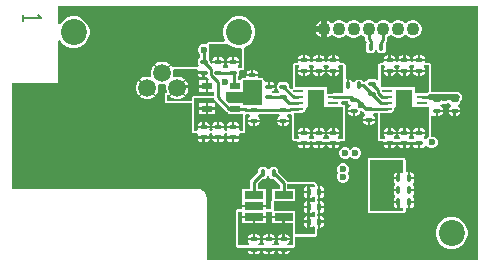
<source format=gtl>
G04*
G04 #@! TF.GenerationSoftware,Altium Limited,Altium Designer,23.3.1 (30)*
G04*
G04 Layer_Physical_Order=1*
G04 Layer_Color=255*
%FSLAX44Y44*%
%MOMM*%
G71*
G04*
G04 #@! TF.SameCoordinates,DEEE6DAE-04B1-499B-BC7B-553C298136E7*
G04*
G04*
G04 #@! TF.FilePolarity,Positive*
G04*
G01*
G75*
%ADD11C,0.2500*%
%ADD14C,0.2000*%
G04:AMPARAMS|DCode=15|XSize=0.4mm|YSize=0.6mm|CornerRadius=0.1mm|HoleSize=0mm|Usage=FLASHONLY|Rotation=0.000|XOffset=0mm|YOffset=0mm|HoleType=Round|Shape=RoundedRectangle|*
%AMROUNDEDRECTD15*
21,1,0.4000,0.4000,0,0,0.0*
21,1,0.2000,0.6000,0,0,0.0*
1,1,0.2000,0.1000,-0.2000*
1,1,0.2000,-0.1000,-0.2000*
1,1,0.2000,-0.1000,0.2000*
1,1,0.2000,0.1000,0.2000*
%
%ADD15ROUNDEDRECTD15*%
G04:AMPARAMS|DCode=16|XSize=0.4mm|YSize=0.6mm|CornerRadius=0.1mm|HoleSize=0mm|Usage=FLASHONLY|Rotation=270.000|XOffset=0mm|YOffset=0mm|HoleType=Round|Shape=RoundedRectangle|*
%AMROUNDEDRECTD16*
21,1,0.4000,0.4000,0,0,270.0*
21,1,0.2000,0.6000,0,0,270.0*
1,1,0.2000,-0.2000,-0.1000*
1,1,0.2000,-0.2000,0.1000*
1,1,0.2000,0.2000,0.1000*
1,1,0.2000,0.2000,-0.1000*
%
%ADD16ROUNDEDRECTD16*%
%ADD17R,1.6000X0.6500*%
%ADD18O,0.9000X0.2000*%
%ADD19R,1.4500X1.7400*%
%ADD20R,0.9000X0.6000*%
%ADD27C,1.1000*%
%ADD30C,0.6000*%
%ADD31C,0.5000*%
%ADD32C,0.2540*%
%ADD33C,1.5000*%
%ADD34C,2.2000*%
%ADD35C,0.5000*%
G36*
X397451Y-57451D02*
X167549D01*
X167549Y-5000D01*
X167527Y-4893D01*
X167540Y-4785D01*
X167467Y-3925D01*
X167377Y-3615D01*
X167332Y-3296D01*
X166763Y-1672D01*
X166545Y-1303D01*
X166348Y-924D01*
X165273Y420D01*
X164945Y696D01*
X164634Y989D01*
X163175Y1901D01*
X162873Y2016D01*
X162591Y2171D01*
X161767Y2431D01*
X161381Y2473D01*
X161000Y2549D01*
X2549Y2549D01*
Y92500D01*
X42000D01*
Y127977D01*
X43270Y128317D01*
X44197Y126711D01*
X46711Y124197D01*
X49789Y122420D01*
X53223Y121500D01*
X56777D01*
X60211Y122420D01*
X63289Y124197D01*
X65803Y126711D01*
X67580Y129789D01*
X68500Y133223D01*
Y136777D01*
X67580Y140211D01*
X65803Y143289D01*
X63289Y145803D01*
X60211Y147580D01*
X56777Y148500D01*
X53223D01*
X49789Y147580D01*
X46711Y145803D01*
X44197Y143289D01*
X43270Y141683D01*
X42000Y142023D01*
Y157451D01*
X397451D01*
Y-57451D01*
D02*
G37*
%LPC*%
G36*
X343237Y145250D02*
X341263D01*
X339355Y144739D01*
X337645Y143751D01*
X336863Y142970D01*
X336000Y142493D01*
X335137Y142970D01*
X334355Y143751D01*
X332645Y144739D01*
X330737Y145250D01*
X328763D01*
X326855Y144739D01*
X325145Y143751D01*
X324363Y142970D01*
X323500Y142493D01*
X322637Y142970D01*
X321855Y143751D01*
X320145Y144739D01*
X318237Y145250D01*
X316263D01*
X314355Y144739D01*
X312645Y143751D01*
X311863Y142970D01*
X311000Y142493D01*
X310137Y142970D01*
X309355Y143751D01*
X307645Y144739D01*
X305737Y145250D01*
X303763D01*
X301855Y144739D01*
X300145Y143751D01*
X299363Y142970D01*
X298500Y142493D01*
X297637Y142970D01*
X296855Y143751D01*
X295145Y144739D01*
X293237Y145250D01*
X291263D01*
X289355Y144739D01*
X287645Y143751D01*
X286863Y142970D01*
X286000Y142493D01*
X285137Y142970D01*
X284355Y143751D01*
X282645Y144739D01*
X280737Y145250D01*
X278763D01*
X276855Y144739D01*
X275145Y143751D01*
X274363Y142970D01*
X273500Y142493D01*
X272637Y142970D01*
X271855Y143751D01*
X270145Y144739D01*
X268237Y145250D01*
X268000D01*
Y137750D01*
X267250D01*
D01*
X268000D01*
Y130250D01*
X268237D01*
X270145Y130761D01*
X271855Y131749D01*
X272637Y132530D01*
X273500Y133007D01*
X274363Y132530D01*
X275145Y131749D01*
X276855Y130761D01*
X278763Y130250D01*
X280737D01*
X282645Y130761D01*
X284355Y131749D01*
X285137Y132530D01*
X286000Y133007D01*
X286863Y132530D01*
X287645Y131749D01*
X289355Y130761D01*
X291263Y130250D01*
X293237D01*
X295145Y130761D01*
X296855Y131749D01*
X297637Y132530D01*
X298500Y133007D01*
X299363Y132530D01*
X300145Y131749D01*
X301436Y131003D01*
Y129500D01*
X301689Y128232D01*
X302407Y127157D01*
X303062Y126502D01*
X302674Y125920D01*
X302441Y124750D01*
Y120750D01*
X302674Y119579D01*
X303337Y118587D01*
X304329Y117924D01*
X305500Y117691D01*
X307500D01*
X308671Y117924D01*
X309663Y118587D01*
X310326Y119579D01*
X310353Y119713D01*
X311647D01*
X311674Y119579D01*
X312337Y118587D01*
X313330Y117924D01*
X314500Y117691D01*
X316500D01*
X317670Y117924D01*
X318663Y118587D01*
X319326Y119579D01*
X319559Y120750D01*
Y124750D01*
X319326Y125920D01*
X319250Y126035D01*
X319608Y126392D01*
X320330Y127474D01*
X320584Y128750D01*
Y131015D01*
X321855Y131749D01*
X322637Y132530D01*
X323500Y133007D01*
X324363Y132530D01*
X325145Y131749D01*
X326855Y130761D01*
X328763Y130250D01*
X330737D01*
X332645Y130761D01*
X334355Y131749D01*
X335137Y132530D01*
X336000Y133007D01*
X336863Y132530D01*
X337645Y131749D01*
X339355Y130761D01*
X341263Y130250D01*
X343237D01*
X345145Y130761D01*
X346855Y131749D01*
X348251Y133145D01*
X349239Y134855D01*
X349750Y136763D01*
Y138737D01*
X349239Y140645D01*
X348251Y142355D01*
X346855Y143751D01*
X345145Y144739D01*
X343237Y145250D01*
D02*
G37*
G36*
X266500D02*
X266263D01*
X264355Y144739D01*
X262645Y143751D01*
X261248Y142355D01*
X260261Y140645D01*
X259750Y138737D01*
Y138500D01*
X266500D01*
Y145250D01*
D02*
G37*
G36*
Y137000D02*
X259750D01*
Y136763D01*
X260261Y134855D01*
X261248Y133145D01*
X262645Y131749D01*
X264355Y130761D01*
X266263Y130250D01*
X266500D01*
Y137000D01*
D02*
G37*
G36*
X196777Y148500D02*
X193223D01*
X189789Y147580D01*
X186711Y145803D01*
X184197Y143289D01*
X182420Y140211D01*
X181500Y136777D01*
Y133223D01*
X182420Y129789D01*
X183373Y128139D01*
X182738Y127039D01*
X170000D01*
X169220Y126884D01*
X168558Y126442D01*
X168116Y125780D01*
X168064Y125518D01*
X167026Y124788D01*
X166691Y124712D01*
X165995Y125000D01*
X164005D01*
X162168Y124239D01*
X160761Y122832D01*
X160000Y120995D01*
Y119005D01*
X160761Y117168D01*
X161686Y116243D01*
Y113730D01*
X160837Y113163D01*
X160174Y112170D01*
X159941Y111000D01*
Y109000D01*
X160174Y107830D01*
X160795Y106900D01*
X160760Y106762D01*
X159803Y105980D01*
X159558Y105991D01*
X159317Y106039D01*
X139994D01*
X139862Y106013D01*
X139728Y106022D01*
X139475Y105936D01*
X139214Y105884D01*
X138353Y106005D01*
X137957Y106158D01*
X137726Y106318D01*
X137602Y106533D01*
X137248Y106887D01*
X130530Y100170D01*
X130000Y100700D01*
X129470Y100170D01*
X122752Y106887D01*
X122398Y106533D01*
X121147Y104367D01*
X120500Y101951D01*
Y99449D01*
X120834Y98203D01*
X119797Y97166D01*
X118551Y97500D01*
X116049D01*
X113633Y96853D01*
X111467Y95602D01*
X111113Y95248D01*
X117830Y88530D01*
X124548Y81813D01*
X124902Y82167D01*
X126153Y84333D01*
X126800Y86749D01*
Y89251D01*
X126466Y90497D01*
X127503Y91534D01*
X128749Y91200D01*
X131251D01*
X132497Y91534D01*
X133534Y90497D01*
X133200Y89251D01*
Y86749D01*
X133654Y85055D01*
X133642Y84633D01*
X133306Y83841D01*
X132886Y83458D01*
X132879Y83455D01*
X132731Y83309D01*
X132558Y83194D01*
X132451Y83033D01*
X132313Y82897D01*
X132232Y82705D01*
X132116Y82532D01*
X132078Y82342D01*
X132003Y82164D01*
X132001Y81956D01*
X131961Y81752D01*
Y77000D01*
X132116Y76220D01*
X132558Y75558D01*
X133220Y75116D01*
X134000Y74961D01*
X154961D01*
Y51500D01*
X155116Y50720D01*
X155558Y50058D01*
X156220Y49616D01*
X157000Y49461D01*
X159535D01*
X160058Y48849D01*
X160250Y48285D01*
X160174Y48170D01*
X159941Y47000D01*
D01*
X165000D01*
X170059D01*
X169826Y48170D01*
X169750Y48285D01*
X169942Y48849D01*
X170465Y49461D01*
X172035D01*
X172558Y48849D01*
X172750Y48285D01*
X172674Y48170D01*
X172441Y47000D01*
Y47000D01*
X177500D01*
X182559D01*
Y47000D01*
X182326Y48170D01*
X182250Y48285D01*
X182442Y48849D01*
X182965Y49461D01*
X184535D01*
X185058Y48849D01*
X185250Y48285D01*
X185174Y48170D01*
X184941Y47000D01*
X190000D01*
X195059D01*
X194826Y48170D01*
X194750Y48285D01*
X194942Y48849D01*
X195465Y49461D01*
X198000D01*
X198780Y49616D01*
X199442Y50058D01*
X199884Y50720D01*
X200039Y51500D01*
Y64632D01*
X201221Y65682D01*
X201224Y65682D01*
X201273Y65686D01*
X203563D01*
X204329Y65174D01*
X204463Y65147D01*
Y63853D01*
X204329Y63826D01*
X203337Y63163D01*
X202674Y62171D01*
X202441Y61000D01*
Y61000D01*
X207500D01*
X212559D01*
Y61000D01*
X212326Y62171D01*
X211663Y63163D01*
X210894Y63677D01*
X210807Y64674D01*
X210872Y65081D01*
X211583Y65686D01*
X228563D01*
X229329Y65174D01*
X229463Y65147D01*
Y63853D01*
X229329Y63826D01*
X228337Y63163D01*
X227674Y62171D01*
X227441Y61000D01*
Y61000D01*
X232500D01*
X237559D01*
Y61000D01*
X237326Y62171D01*
X236663Y63163D01*
X235894Y63677D01*
X235807Y64674D01*
X235872Y65081D01*
X236583Y65686D01*
X237750D01*
X238691Y65873D01*
X238892Y65843D01*
X239961Y65157D01*
Y45000D01*
X240116Y44220D01*
X240558Y43558D01*
X241220Y43116D01*
X242000Y42961D01*
X244153D01*
X244941Y42000D01*
Y42000D01*
X250000D01*
X255059D01*
Y42000D01*
X255540Y42586D01*
X256414D01*
X256977Y42000D01*
X262500D01*
X267559D01*
Y42000D01*
X268040Y42586D01*
X268914D01*
X269477Y42000D01*
X275000D01*
X280059D01*
Y42000D01*
X280847Y42961D01*
X283000D01*
X283780Y43116D01*
X284442Y43558D01*
X284884Y44220D01*
X285039Y45000D01*
Y71750D01*
X284884Y72530D01*
X284442Y73192D01*
X283780Y73634D01*
X283000Y73789D01*
X282613D01*
X281559Y75000D01*
X281476Y75416D01*
X282392Y76686D01*
X287441D01*
Y76500D01*
X287674Y75329D01*
X288337Y74337D01*
X289329Y73674D01*
X289463Y73647D01*
Y72353D01*
X289329Y72326D01*
X288337Y71663D01*
X287674Y70670D01*
X287441Y69500D01*
X292500D01*
Y68500D01*
X293500D01*
Y64441D01*
X294500D01*
X295671Y64674D01*
X296663Y65337D01*
X297326Y66329D01*
X297559Y67500D01*
Y68714D01*
X298829Y68735D01*
X299907Y67657D01*
X300598Y67195D01*
X300837Y66837D01*
X301829Y66174D01*
X301963Y66147D01*
Y64853D01*
X301829Y64826D01*
X300837Y64163D01*
X300174Y63170D01*
X299941Y62000D01*
D01*
X305000D01*
X310059D01*
X309826Y63170D01*
X309163Y64163D01*
X308394Y64677D01*
X308307Y65674D01*
X308372Y66081D01*
X309083Y66686D01*
X312461D01*
Y45000D01*
X312616Y44220D01*
X313058Y43558D01*
X313720Y43116D01*
X314500Y42961D01*
X316653D01*
X317441Y42000D01*
Y42000D01*
X322500D01*
X327559D01*
Y42000D01*
X328040Y42586D01*
X328914D01*
X329477Y42000D01*
X335000D01*
X340059D01*
Y42000D01*
X340540Y42586D01*
X341414D01*
X341977Y42000D01*
X347500D01*
Y41000D01*
X348500D01*
Y36941D01*
X349500D01*
X350671Y37174D01*
X351663Y37837D01*
X352326Y38830D01*
X352439Y39396D01*
X353759Y39526D01*
X354011Y38918D01*
X355418Y37511D01*
X357255Y36750D01*
X359245D01*
X361082Y37511D01*
X362489Y38918D01*
X363250Y40755D01*
Y42745D01*
X362489Y44582D01*
X361082Y45989D01*
X359245Y46750D01*
X357539D01*
Y64419D01*
X358809Y65022D01*
X359329Y64674D01*
X360500Y64441D01*
X361500D01*
Y68500D01*
X362500D01*
Y69500D01*
X367559D01*
X367326Y70670D01*
X366663Y71663D01*
X365671Y72326D01*
X365537Y72353D01*
Y73647D01*
X365671Y73674D01*
X366663Y74337D01*
X367326Y75329D01*
X367339Y75337D01*
X368755Y74750D01*
X370745D01*
X371454Y75044D01*
X372674Y75329D01*
X373337Y74337D01*
X374329Y73674D01*
X374463Y73647D01*
Y72353D01*
X374329Y72326D01*
X373337Y71663D01*
X372674Y70670D01*
X372441Y69500D01*
X377500D01*
X382559D01*
X382326Y70670D01*
X381663Y71663D01*
X380671Y72326D01*
X380537Y72353D01*
Y73647D01*
X380671Y73674D01*
X381663Y74337D01*
X382326Y75329D01*
X382559Y76500D01*
Y76852D01*
X383489Y78244D01*
X383838Y80000D01*
X383489Y81756D01*
X382494Y83244D01*
X381006Y84239D01*
X379250Y84588D01*
X371135D01*
X370745Y84750D01*
X368755D01*
X368365Y84588D01*
X357789D01*
Y107000D01*
X357634Y107780D01*
X357192Y108442D01*
X356530Y108884D01*
X355750Y109039D01*
X353543D01*
X352521Y110309D01*
X352559Y110500D01*
D01*
X347500D01*
X342441D01*
X341424Y109776D01*
X341076D01*
X340951Y109864D01*
X340395Y110500D01*
X335000D01*
X329941D01*
X328924Y109776D01*
X328576D01*
X328451Y109864D01*
X327895Y110500D01*
X322500D01*
X317441D01*
X317479Y110309D01*
X316457Y109039D01*
X315000D01*
X314220Y108884D01*
X313558Y108442D01*
X313116Y107780D01*
X312961Y107000D01*
Y95006D01*
X311691Y94621D01*
X311663Y94663D01*
X310671Y95326D01*
X309500Y95559D01*
X305500D01*
X304329Y95326D01*
X303337Y94663D01*
X302674Y93671D01*
X302670Y93652D01*
X301268Y93061D01*
X300266Y93261D01*
X299663Y94163D01*
X298671Y94826D01*
X297500Y95059D01*
X295500D01*
X294329Y94826D01*
X293337Y94163D01*
X292674Y93170D01*
X292647Y93037D01*
X291353D01*
X291326Y93170D01*
X290663Y94163D01*
X289671Y94826D01*
X288500Y95059D01*
Y90000D01*
X286500D01*
Y95059D01*
X285289Y96113D01*
Y107000D01*
X285134Y107780D01*
X284692Y108442D01*
X284030Y108884D01*
X283250Y109039D01*
X281043D01*
X280021Y110309D01*
X280059Y110500D01*
X275000D01*
X269941D01*
X268924Y109776D01*
X268576D01*
X268451Y109864D01*
X267895Y110500D01*
X262500D01*
X257441D01*
X256424Y109776D01*
X256076D01*
X255951Y109864D01*
X255395Y110500D01*
X250000D01*
X244941D01*
X244979Y110309D01*
X243957Y109039D01*
X242500D01*
X241720Y108884D01*
X241058Y108442D01*
X240616Y107780D01*
X240461Y107000D01*
Y89000D01*
X240616Y88220D01*
X239653Y87374D01*
X239337Y87163D01*
X239051Y87135D01*
X237559Y88627D01*
Y90000D01*
X237326Y91171D01*
X236663Y92163D01*
X235671Y92826D01*
X234500Y93059D01*
X230500D01*
X229329Y92826D01*
X228337Y92163D01*
X227674Y91171D01*
X227441Y90000D01*
Y88000D01*
X227674Y86830D01*
X228337Y85837D01*
X229106Y85323D01*
X229193Y84326D01*
X229128Y83919D01*
X228417Y83314D01*
X224187D01*
X223421Y83826D01*
X223287Y83853D01*
Y85147D01*
X223421Y85174D01*
X224413Y85837D01*
X225076Y86830D01*
X225309Y88000D01*
Y88000D01*
X220250D01*
Y89000D01*
X219250D01*
Y93059D01*
X218250D01*
X217559Y92921D01*
X216289Y93709D01*
Y94250D01*
X216134Y95030D01*
X215692Y95692D01*
X215030Y96134D01*
X214250Y96289D01*
X212293D01*
X211271Y97559D01*
X211309Y97750D01*
X206250D01*
X201191D01*
X201229Y97559D01*
X200207Y96289D01*
X198500D01*
X197720Y96134D01*
X197058Y95692D01*
X196616Y95030D01*
X196511Y94500D01*
X194334D01*
Y98093D01*
X194826Y98829D01*
X195059Y100000D01*
Y102000D01*
X195847Y102961D01*
X197500D01*
X198280Y103116D01*
X198942Y103558D01*
X199384Y104220D01*
X199539Y105000D01*
Y120946D01*
X199513Y121077D01*
X199522Y121212D01*
X200112Y122304D01*
X200382Y122519D01*
X203289Y124197D01*
X205803Y126711D01*
X207580Y129789D01*
X208500Y133223D01*
Y136777D01*
X207580Y140211D01*
X205803Y143289D01*
X203289Y145803D01*
X200211Y147580D01*
X196777Y148500D01*
D02*
G37*
G36*
X349500Y115559D02*
X348500D01*
Y112500D01*
X352559D01*
X352326Y113671D01*
X351663Y114663D01*
X350671Y115326D01*
X349500Y115559D01*
D02*
G37*
G36*
X324500D02*
X323500D01*
Y112500D01*
X327559D01*
X327326Y113671D01*
X326663Y114663D01*
X325671Y115326D01*
X324500Y115559D01*
D02*
G37*
G36*
X346500D02*
X345500D01*
X344329Y115326D01*
X343337Y114663D01*
X342674Y113671D01*
X342441Y112500D01*
D01*
X346500D01*
Y115559D01*
D02*
G37*
G36*
X321500D02*
X320500D01*
X319329Y115326D01*
X318337Y114663D01*
X317674Y113671D01*
X317441Y112500D01*
D01*
X321500D01*
Y115559D01*
D02*
G37*
G36*
X277000D02*
X276000D01*
Y112500D01*
X280059D01*
Y112500D01*
X279826Y113671D01*
X279163Y114663D01*
X278171Y115326D01*
X277000Y115559D01*
D02*
G37*
G36*
X264500D02*
X263500D01*
Y112500D01*
X267559D01*
Y112500D01*
X267326Y113671D01*
X266663Y114663D01*
X265671Y115326D01*
X264500Y115559D01*
D02*
G37*
G36*
X252000D02*
X251000D01*
Y112500D01*
X255059D01*
Y112500D01*
X254826Y113671D01*
X254163Y114663D01*
X253171Y115326D01*
X252000Y115559D01*
D02*
G37*
G36*
X274000D02*
X273000D01*
X271829Y115326D01*
X270837Y114663D01*
X270174Y113671D01*
X269941Y112500D01*
Y112500D01*
X274000D01*
Y115559D01*
D02*
G37*
G36*
X261500D02*
X260500D01*
X259329Y115326D01*
X258337Y114663D01*
X257674Y113671D01*
X257441Y112500D01*
Y112500D01*
X261500D01*
Y115559D01*
D02*
G37*
G36*
X249000D02*
X248000D01*
X246829Y115326D01*
X245837Y114663D01*
X245174Y113671D01*
X244941Y112500D01*
Y112500D01*
X249000D01*
Y115559D01*
D02*
G37*
G36*
X337000D02*
X336000D01*
Y112500D01*
X340059D01*
Y112500D01*
X339826Y113671D01*
X339163Y114663D01*
X338171Y115326D01*
X337000Y115559D01*
D02*
G37*
G36*
X334000D02*
X333000D01*
X331829Y115326D01*
X330837Y114663D01*
X330174Y113671D01*
X329941Y112500D01*
Y112500D01*
X334000D01*
Y115559D01*
D02*
G37*
G36*
X131251Y110200D02*
X128749D01*
X126333Y109553D01*
X124167Y108302D01*
X123813Y107948D01*
X130000Y101761D01*
X136187Y107948D01*
X135833Y108302D01*
X133667Y109553D01*
X131251Y110200D01*
D02*
G37*
G36*
X208250Y102809D02*
X207250D01*
Y99750D01*
X211309D01*
Y99750D01*
X211076Y100920D01*
X210413Y101913D01*
X209421Y102576D01*
X208250Y102809D01*
D02*
G37*
G36*
X205250D02*
X204250D01*
X203079Y102576D01*
X202087Y101913D01*
X201424Y100920D01*
X201191Y99750D01*
Y99750D01*
X205250D01*
Y102809D01*
D02*
G37*
G36*
X222250Y93059D02*
X221250D01*
Y90000D01*
X225309D01*
X225076Y91171D01*
X224413Y92163D01*
X223421Y92826D01*
X222250Y93059D01*
D02*
G37*
G36*
X110052Y94187D02*
X109698Y93833D01*
X108447Y91667D01*
X107800Y89251D01*
Y86749D01*
X108447Y84333D01*
X109698Y82167D01*
X110052Y81813D01*
X116239Y88000D01*
X110052Y94187D01*
D02*
G37*
G36*
X117300Y86939D02*
X111113Y80752D01*
X111467Y80398D01*
X113633Y79147D01*
X116049Y78500D01*
X118551D01*
X120967Y79147D01*
X123133Y80398D01*
X123487Y80752D01*
X117300Y86939D01*
D02*
G37*
G36*
X382559Y67500D02*
X378500D01*
Y64441D01*
X379500D01*
X380671Y64674D01*
X381663Y65337D01*
X382326Y66329D01*
X382559Y67500D01*
Y67500D01*
D02*
G37*
G36*
X376500D02*
X372441D01*
Y67500D01*
X372674Y66329D01*
X373337Y65337D01*
X374329Y64674D01*
X375500Y64441D01*
X376500D01*
Y67500D01*
D02*
G37*
G36*
X367559Y67500D02*
X363500D01*
Y64441D01*
X364500D01*
X365671Y64674D01*
X366663Y65337D01*
X367326Y66329D01*
X367559Y67500D01*
Y67500D01*
D02*
G37*
G36*
X291500D02*
X287441D01*
Y67500D01*
X287674Y66329D01*
X288337Y65337D01*
X289329Y64674D01*
X290500Y64441D01*
X291500D01*
Y67500D01*
D02*
G37*
G36*
X310059Y60000D02*
X306000D01*
Y56941D01*
X307000D01*
X308171Y57174D01*
X309163Y57837D01*
X309826Y58829D01*
X310059Y60000D01*
D01*
D02*
G37*
G36*
X304000D02*
X299941D01*
X300174Y58829D01*
X300837Y57837D01*
X301829Y57174D01*
X303000Y56941D01*
X304000D01*
Y60000D01*
D02*
G37*
G36*
X237559Y59000D02*
X233500D01*
Y55941D01*
X234500D01*
X235671Y56174D01*
X236663Y56837D01*
X237326Y57829D01*
X237559Y59000D01*
D02*
G37*
G36*
X231500D02*
X227441D01*
X227674Y57829D01*
X228337Y56837D01*
X229329Y56174D01*
X230500Y55941D01*
X231500D01*
Y59000D01*
D02*
G37*
G36*
X212559D02*
X208500D01*
Y55941D01*
X209500D01*
X210671Y56174D01*
X211663Y56837D01*
X212326Y57829D01*
X212559Y59000D01*
D02*
G37*
G36*
X206500D02*
X202441D01*
X202674Y57829D01*
X203337Y56837D01*
X204329Y56174D01*
X205500Y55941D01*
X206500D01*
Y59000D01*
D02*
G37*
G36*
X195059Y45000D02*
X191000D01*
Y41941D01*
X192000D01*
X193171Y42174D01*
X194163Y42837D01*
X194826Y43829D01*
X195059Y45000D01*
Y45000D01*
D02*
G37*
G36*
X189000D02*
X184941D01*
Y45000D01*
X185174Y43829D01*
X185837Y42837D01*
X186829Y42174D01*
X188000Y41941D01*
X189000D01*
Y45000D01*
D02*
G37*
G36*
X182559Y45000D02*
X178500D01*
Y41941D01*
X179500D01*
X180671Y42174D01*
X181663Y42837D01*
X182326Y43829D01*
X182559Y45000D01*
D02*
G37*
G36*
X176500D02*
X172441D01*
X172674Y43829D01*
X173337Y42837D01*
X174329Y42174D01*
X175500Y41941D01*
X176500D01*
Y45000D01*
D02*
G37*
G36*
X170059Y45000D02*
X166000D01*
Y41941D01*
X167000D01*
X168171Y42174D01*
X169163Y42837D01*
X169826Y43829D01*
X170059Y45000D01*
D01*
D02*
G37*
G36*
X164000D02*
X159941D01*
X160174Y43829D01*
X160837Y42837D01*
X161829Y42174D01*
X163000Y41941D01*
X164000D01*
Y45000D01*
D02*
G37*
G36*
X346500Y40000D02*
X342441D01*
X342674Y38830D01*
X343337Y37837D01*
X344329Y37174D01*
X345500Y36941D01*
X346500D01*
Y40000D01*
D02*
G37*
G36*
X340059D02*
X336000D01*
Y36941D01*
X337000D01*
X338171Y37174D01*
X339163Y37837D01*
X339826Y38830D01*
X340059Y40000D01*
D02*
G37*
G36*
X334000D02*
X329941D01*
X330174Y38830D01*
X330837Y37837D01*
X331829Y37174D01*
X333000Y36941D01*
X334000D01*
Y40000D01*
D02*
G37*
G36*
X327559D02*
X323500D01*
Y36941D01*
X324500D01*
X325671Y37174D01*
X326663Y37837D01*
X327326Y38830D01*
X327559Y40000D01*
D02*
G37*
G36*
X321500D02*
X317441D01*
X317674Y38830D01*
X318337Y37837D01*
X319329Y37174D01*
X320500Y36941D01*
X321500D01*
Y40000D01*
D02*
G37*
G36*
X280059D02*
X276000D01*
Y36941D01*
X277000D01*
X278171Y37174D01*
X279163Y37837D01*
X279826Y38830D01*
X280059Y40000D01*
D02*
G37*
G36*
X274000D02*
X269941D01*
X270174Y38830D01*
X270837Y37837D01*
X271829Y37174D01*
X273000Y36941D01*
X274000D01*
Y40000D01*
D02*
G37*
G36*
X267559D02*
X263500D01*
Y36941D01*
X264500D01*
X265671Y37174D01*
X266663Y37837D01*
X267326Y38830D01*
X267559Y40000D01*
D02*
G37*
G36*
X261500D02*
X257441D01*
X257674Y38830D01*
X258337Y37837D01*
X259329Y37174D01*
X260500Y36941D01*
X261500D01*
Y40000D01*
D02*
G37*
G36*
X255059D02*
X251000D01*
Y36941D01*
X252000D01*
X253171Y37174D01*
X254163Y37837D01*
X254826Y38830D01*
X255059Y40000D01*
D02*
G37*
G36*
X249000D02*
X244941D01*
X245174Y38830D01*
X245837Y37837D01*
X246829Y37174D01*
X248000Y36941D01*
X249000D01*
Y40000D01*
D02*
G37*
G36*
X294495Y37750D02*
X292505D01*
X290668Y36989D01*
X290080Y36401D01*
X289250Y35593D01*
X288420Y36401D01*
X287832Y36989D01*
X285995Y37750D01*
X284005D01*
X282168Y36989D01*
X280761Y35582D01*
X280000Y33745D01*
Y31755D01*
X280761Y29918D01*
X282168Y28511D01*
X284005Y27750D01*
X285995D01*
X287832Y28511D01*
X288420Y29099D01*
X289250Y29907D01*
X290080Y29099D01*
X290668Y28511D01*
X292505Y27750D01*
X294495D01*
X296332Y28511D01*
X297739Y29918D01*
X298500Y31755D01*
Y33745D01*
X297739Y35582D01*
X296332Y36989D01*
X294495Y37750D01*
D02*
G37*
G36*
X225250Y21059D02*
X223250D01*
X222080Y20826D01*
X221087Y20163D01*
X220424Y19171D01*
X220397Y19037D01*
X219103D01*
X219076Y19171D01*
X218413Y20163D01*
X217421Y20826D01*
X216250Y21059D01*
X214250D01*
X213079Y20826D01*
X212087Y20163D01*
X211424Y19171D01*
X211191Y18000D01*
Y16627D01*
X205407Y10843D01*
X204689Y9768D01*
X204436Y8500D01*
Y2750D01*
X197750D01*
Y-7750D01*
Y-11000D01*
X207750D01*
X217750D01*
Y-7750D01*
Y2750D01*
X211064D01*
Y7128D01*
X214877Y10941D01*
X216250D01*
X217421Y11174D01*
X218413Y11837D01*
X219076Y12830D01*
X219103Y12963D01*
X220397D01*
X220424Y12830D01*
X221087Y11837D01*
X222080Y11174D01*
X223250Y10941D01*
X224623D01*
X229436Y6127D01*
Y2750D01*
X222750D01*
Y-6769D01*
X222616Y-6970D01*
X222461Y-7750D01*
Y-14711D01*
X217750D01*
Y-13000D01*
X207750D01*
X197750D01*
Y-14711D01*
X194250D01*
X193470Y-14866D01*
X192808Y-15308D01*
X192366Y-15970D01*
X192211Y-16750D01*
Y-45250D01*
X192366Y-46030D01*
X192808Y-46692D01*
X193470Y-47134D01*
X194250Y-47289D01*
X202108D01*
X202691Y-48000D01*
X207750D01*
X212809D01*
X213384Y-47298D01*
X214212D01*
X214878Y-48000D01*
X220250D01*
X225309D01*
X225884Y-47298D01*
X226712D01*
X227378Y-48000D01*
X232750D01*
X237809D01*
X238392Y-47289D01*
X240500D01*
X241280Y-47134D01*
X241942Y-46692D01*
X242384Y-46030D01*
X242539Y-45250D01*
Y-38039D01*
X259000D01*
X259780Y-37884D01*
X260442Y-37442D01*
X260884Y-36780D01*
X261039Y-36000D01*
Y-31097D01*
X262000Y-30309D01*
Y-25250D01*
Y-20191D01*
X261413Y-19710D01*
Y-18836D01*
X262000Y-18273D01*
Y-12750D01*
Y-7691D01*
X261413Y-7210D01*
Y-6336D01*
X262000Y-5773D01*
Y-250D01*
Y4809D01*
X261354Y5339D01*
X261039Y5721D01*
X260960Y6110D01*
X260884Y6494D01*
X260882Y6497D01*
X260881Y6501D01*
X260663Y6825D01*
X260442Y7156D01*
X260439Y7158D01*
X260437Y7161D01*
X259536Y8056D01*
X259533Y8058D01*
X259531Y8061D01*
X259203Y8277D01*
X258873Y8496D01*
X258870Y8496D01*
X258867Y8498D01*
X258484Y8572D01*
X258092Y8648D01*
X258089Y8648D01*
X258085Y8648D01*
X236050Y8501D01*
X235811Y8768D01*
X235093Y9843D01*
X228309Y16627D01*
Y18000D01*
X228076Y19171D01*
X227413Y20163D01*
X226420Y20826D01*
X225250Y21059D01*
D02*
G37*
G36*
X340000Y16559D02*
Y12500D01*
X343059D01*
Y13500D01*
X342826Y14670D01*
X342163Y15663D01*
X341171Y16326D01*
X340000Y16559D01*
D02*
G37*
G36*
X283995Y24000D02*
X282005D01*
X280168Y23239D01*
X278761Y21832D01*
X278000Y19994D01*
Y18005D01*
X278761Y16168D01*
X279054Y15875D01*
X278761Y15582D01*
X278000Y13745D01*
Y11755D01*
X278761Y9918D01*
X280168Y8511D01*
X282005Y7750D01*
X283995D01*
X285832Y8511D01*
X287239Y9918D01*
X288000Y11755D01*
Y13745D01*
X287239Y15582D01*
X286946Y15875D01*
X287239Y16168D01*
X288000Y18005D01*
Y19994D01*
X287239Y21832D01*
X285832Y23239D01*
X283995Y24000D01*
D02*
G37*
G36*
X264000Y4809D02*
Y750D01*
X267059D01*
Y1750D01*
X266826Y2921D01*
X266163Y3913D01*
X265170Y4576D01*
X264000Y4809D01*
D02*
G37*
G36*
X267059Y-1250D02*
X264000D01*
Y-5309D01*
X265170Y-5076D01*
X266163Y-4413D01*
X266826Y-3420D01*
X267059Y-2250D01*
Y-1250D01*
D02*
G37*
G36*
X264000Y-7691D02*
Y-11750D01*
X267059D01*
Y-10750D01*
X266826Y-9579D01*
X266163Y-8587D01*
X265170Y-7924D01*
X264000Y-7691D01*
D02*
G37*
G36*
X343059Y-9500D02*
X340000D01*
Y-13559D01*
X341171Y-13326D01*
X342163Y-12663D01*
X342826Y-11671D01*
X343059Y-10500D01*
Y-9500D01*
D02*
G37*
G36*
X334000Y29028D02*
X306000D01*
X305220Y28873D01*
X304558Y28431D01*
X304116Y27769D01*
X303961Y26989D01*
Y-16000D01*
X304116Y-16780D01*
X304558Y-17442D01*
X305220Y-17884D01*
X306000Y-18039D01*
X334000D01*
X334780Y-17884D01*
X335442Y-17442D01*
X335884Y-16780D01*
X336039Y-16000D01*
Y-14325D01*
X336229Y-14086D01*
X337264Y-13412D01*
X338000Y-13559D01*
Y-8500D01*
X339000D01*
Y-7500D01*
X343059D01*
Y-6500D01*
X342826Y-5329D01*
X342163Y-4337D01*
X342053Y-4264D01*
Y-2736D01*
X342163Y-2663D01*
X342826Y-1671D01*
X343059Y-500D01*
Y500D01*
X339000D01*
Y2500D01*
X343059D01*
Y3500D01*
X342826Y4670D01*
X342163Y5663D01*
X342053Y5736D01*
Y7264D01*
X342163Y7337D01*
X342826Y8329D01*
X343059Y9500D01*
Y10500D01*
X339000D01*
Y11500D01*
X338000D01*
Y16559D01*
X337264Y16412D01*
X336229Y17086D01*
X336039Y17325D01*
Y26989D01*
X335884Y27769D01*
X335442Y28431D01*
X334780Y28873D01*
X334000Y29028D01*
D02*
G37*
G36*
X267059Y-13750D02*
X264000D01*
Y-17809D01*
X265170Y-17576D01*
X266163Y-16913D01*
X266826Y-15920D01*
X267059Y-14750D01*
Y-13750D01*
D02*
G37*
G36*
X264000Y-20191D02*
Y-24250D01*
X267059D01*
Y-23250D01*
X266826Y-22080D01*
X266163Y-21087D01*
X265170Y-20424D01*
X264000Y-20191D01*
D02*
G37*
G36*
X267059Y-26250D02*
X264000D01*
Y-30309D01*
X265170Y-30076D01*
X266163Y-29413D01*
X266826Y-28421D01*
X267059Y-27250D01*
Y-26250D01*
D02*
G37*
G36*
X376777Y-21500D02*
X373223D01*
X369789Y-22420D01*
X366711Y-24197D01*
X364197Y-26711D01*
X362420Y-29789D01*
X361500Y-33223D01*
Y-36777D01*
X362420Y-40211D01*
X364197Y-43289D01*
X366711Y-45803D01*
X369789Y-47580D01*
X373223Y-48500D01*
X376777D01*
X380211Y-47580D01*
X383289Y-45803D01*
X385803Y-43289D01*
X387580Y-40211D01*
X388500Y-36777D01*
Y-33223D01*
X387580Y-29789D01*
X385803Y-26711D01*
X383289Y-24197D01*
X380211Y-22420D01*
X376777Y-21500D01*
D02*
G37*
G36*
X237809Y-50000D02*
X233750D01*
Y-53059D01*
X234750D01*
X235921Y-52826D01*
X236913Y-52163D01*
X237576Y-51171D01*
X237809Y-50000D01*
Y-50000D01*
D02*
G37*
G36*
X231750D02*
X227691D01*
Y-50000D01*
X227924Y-51171D01*
X228587Y-52163D01*
X229579Y-52826D01*
X230750Y-53059D01*
X231750D01*
Y-50000D01*
D02*
G37*
G36*
X225309D02*
X221250D01*
Y-53059D01*
X222250D01*
X223421Y-52826D01*
X224413Y-52163D01*
X225076Y-51171D01*
X225309Y-50000D01*
Y-50000D01*
D02*
G37*
G36*
X219250D02*
X215191D01*
Y-50000D01*
X215424Y-51171D01*
X216087Y-52163D01*
X217079Y-52826D01*
X218250Y-53059D01*
X219250D01*
Y-50000D01*
D02*
G37*
G36*
X212809D02*
X208750D01*
Y-53059D01*
X209750D01*
X210921Y-52826D01*
X211913Y-52163D01*
X212576Y-51171D01*
X212809Y-50000D01*
Y-50000D01*
D02*
G37*
G36*
X206750D02*
X202691D01*
Y-50000D01*
X202924Y-51171D01*
X203587Y-52163D01*
X204579Y-52826D01*
X205750Y-53059D01*
X206750D01*
Y-50000D01*
D02*
G37*
%LPD*%
G36*
X186711Y124197D02*
X189789Y122420D01*
X193223Y121500D01*
X196777D01*
X197500Y120946D01*
Y105000D01*
X194255D01*
X194062Y105242D01*
X194163Y106837D01*
X194826Y107830D01*
X195059Y109000D01*
X190000D01*
X184941D01*
X185174Y107830D01*
X185837Y106837D01*
X185938Y105242D01*
X185745Y105000D01*
X181755D01*
X181562Y105242D01*
X181663Y106837D01*
X182326Y107830D01*
X182559Y109000D01*
X177500D01*
X172397D01*
X172350Y108956D01*
X171261Y108426D01*
X170059Y109627D01*
Y111000D01*
X170000Y111295D01*
Y125000D01*
X185908D01*
X186711Y124197D01*
D02*
G37*
G36*
X355750Y84340D02*
X355244Y84239D01*
X353859Y83314D01*
X350000D01*
X349680Y83250D01*
X344250D01*
Y89000D01*
X315000D01*
Y107000D01*
X318052D01*
X318438Y105730D01*
X318337Y105663D01*
X317674Y104670D01*
X317441Y103500D01*
X322500D01*
X327559D01*
X327326Y104670D01*
X326663Y105663D01*
X326562Y105730D01*
X326948Y107000D01*
X330552D01*
X330938Y105730D01*
X330837Y105663D01*
X330174Y104670D01*
X329941Y103500D01*
X335000D01*
X340059D01*
X339826Y104670D01*
X339163Y105663D01*
X339062Y105730D01*
X339448Y107000D01*
X343052D01*
X343438Y105730D01*
X343337Y105663D01*
X342674Y104670D01*
X342441Y103500D01*
X347500D01*
X352559D01*
X352326Y104670D01*
X351663Y105663D01*
X351562Y105730D01*
X351948Y107000D01*
X355750D01*
Y84340D01*
D02*
G37*
G36*
X283250Y83314D02*
X275000D01*
X273732Y83061D01*
X273728Y83059D01*
X271500D01*
X271205Y83000D01*
X269500D01*
Y89000D01*
X242500D01*
Y107000D01*
X245552D01*
X245938Y105730D01*
X245837Y105663D01*
X245174Y104670D01*
X244941Y103500D01*
X250000D01*
X255059D01*
X254826Y104670D01*
X254163Y105663D01*
X254062Y105730D01*
X254448Y107000D01*
X258052D01*
X258438Y105730D01*
X258337Y105663D01*
X257674Y104670D01*
X257441Y103500D01*
X262500D01*
X267559D01*
X267326Y104670D01*
X266663Y105663D01*
X266562Y105730D01*
X266948Y107000D01*
X270552D01*
X270938Y105730D01*
X270837Y105663D01*
X270174Y104670D01*
X269941Y103500D01*
X275000D01*
X280059D01*
X279826Y104670D01*
X279163Y105663D01*
X279062Y105730D01*
X279448Y107000D01*
X283250D01*
Y83314D01*
D02*
G37*
G36*
X214250Y73750D02*
X200070D01*
X199750Y73814D01*
X198500D01*
Y75500D01*
X186186D01*
X184000Y77686D01*
Y84500D01*
X185500D01*
Y84500D01*
X198500D01*
Y84500D01*
X198500D01*
Y94250D01*
X214250D01*
Y73750D01*
D02*
G37*
G36*
X160086Y102730D02*
X159941Y102000D01*
X165000D01*
Y101000D01*
X166000D01*
Y96941D01*
X167000D01*
X168171Y97174D01*
X168268Y97239D01*
X168657Y96657D01*
X169641Y95673D01*
X169154Y94500D01*
X169000D01*
Y89500D01*
Y84500D01*
X173686D01*
Y81039D01*
X157000D01*
X156220Y80884D01*
X155558Y80442D01*
X155116Y79780D01*
X154961Y79000D01*
Y77000D01*
X134000D01*
Y81752D01*
X135270Y81995D01*
X135452Y81813D01*
X142170Y88530D01*
X148887Y95248D01*
X148533Y95602D01*
X146367Y96853D01*
X143951Y97500D01*
X141449D01*
X140203Y97166D01*
X139166Y98203D01*
X139500Y99449D01*
Y101951D01*
X139221Y102992D01*
X139994Y104000D01*
X159317D01*
X160086Y102730D01*
D02*
G37*
G36*
X355500Y46023D02*
X355418Y45989D01*
X354429Y45000D01*
X351755D01*
X351562Y45242D01*
X351663Y46837D01*
X352326Y47829D01*
X352559Y49000D01*
X347500D01*
X342441D01*
X342674Y47829D01*
X343337Y46837D01*
X343438Y45242D01*
X343245Y45000D01*
X339255D01*
X339062Y45242D01*
X339163Y46837D01*
X339826Y47829D01*
X340059Y49000D01*
X335000D01*
X329941D01*
X330174Y47829D01*
X330837Y46837D01*
X330938Y45242D01*
X330745Y45000D01*
X326755D01*
X326562Y45242D01*
X326663Y46837D01*
X327326Y47829D01*
X327559Y49000D01*
X322500D01*
X317441D01*
X317674Y47829D01*
X318337Y46837D01*
X318438Y45242D01*
X318245Y45000D01*
X314500D01*
Y66686D01*
X320000D01*
X321268Y66939D01*
X321272Y66941D01*
X323500D01*
X324670Y67174D01*
X325663Y67837D01*
X326326Y68829D01*
X326559Y70000D01*
X326413Y70730D01*
X327183Y72000D01*
X346205D01*
X346500Y71941D01*
X353500D01*
X353795Y72000D01*
X355500D01*
Y46023D01*
D02*
G37*
G36*
X173939Y78732D02*
X174657Y77657D01*
X184157Y68157D01*
X185232Y67439D01*
X185500Y67385D01*
Y65500D01*
X198000D01*
Y51500D01*
X195465D01*
X194786Y52770D01*
X194826Y52829D01*
X195059Y54000D01*
Y54000D01*
X190000D01*
X184941D01*
Y54000D01*
X185174Y52829D01*
X185214Y52770D01*
X184535Y51500D01*
X182965D01*
X182286Y52770D01*
X182326Y52829D01*
X182559Y54000D01*
D01*
X177500D01*
X172441D01*
X172674Y52829D01*
X172714Y52770D01*
X172035Y51500D01*
X170465D01*
X169786Y52770D01*
X169826Y52829D01*
X170059Y54000D01*
Y54000D01*
X165000D01*
X159941D01*
Y54000D01*
X160174Y52829D01*
X160214Y52770D01*
X159535Y51500D01*
X157000D01*
Y79000D01*
X173885D01*
X173939Y78732D01*
D02*
G37*
G36*
X283000Y45000D02*
X279255D01*
X279062Y45242D01*
X279163Y46837D01*
X279826Y47829D01*
X280059Y49000D01*
X275000D01*
X269941D01*
X270174Y47829D01*
X270837Y46837D01*
X270938Y45242D01*
X270745Y45000D01*
X266755D01*
X266562Y45242D01*
X266663Y46837D01*
X267326Y47829D01*
X267559Y49000D01*
X262500D01*
X257441D01*
X257674Y47829D01*
X258337Y46837D01*
X258438Y45242D01*
X258245Y45000D01*
X254255D01*
X254062Y45242D01*
X254163Y46837D01*
X254826Y47829D01*
X255059Y49000D01*
X250000D01*
X244941D01*
X245174Y47829D01*
X245837Y46837D01*
X245938Y45242D01*
X245745Y45000D01*
X242000D01*
Y66686D01*
X245000D01*
X246268Y66939D01*
X246272Y66941D01*
X248500D01*
X249671Y67174D01*
X250663Y67837D01*
X251326Y68829D01*
X251559Y70000D01*
X251463Y70480D01*
X252350Y71750D01*
X283000D01*
Y45000D01*
D02*
G37*
%LPC*%
G36*
X192000Y114059D02*
X191000D01*
Y111000D01*
X195059D01*
Y111000D01*
X194826Y112170D01*
X194163Y113163D01*
X193171Y113826D01*
X192000Y114059D01*
D02*
G37*
G36*
X189000D02*
X188000D01*
X186829Y113826D01*
X185837Y113163D01*
X185174Y112170D01*
X184941Y111000D01*
Y111000D01*
X189000D01*
Y114059D01*
D02*
G37*
G36*
X179500D02*
X178500D01*
Y111000D01*
X182559D01*
Y111000D01*
X182326Y112170D01*
X181663Y113163D01*
X180671Y113826D01*
X179500Y114059D01*
D02*
G37*
G36*
X176500D02*
X175500D01*
X174329Y113826D01*
X173337Y113163D01*
X172674Y112170D01*
X172441Y111000D01*
Y111000D01*
X176500D01*
Y114059D01*
D02*
G37*
G36*
X352559Y101500D02*
X348500D01*
Y98441D01*
X349500D01*
X350671Y98674D01*
X351663Y99337D01*
X352326Y100330D01*
X352559Y101500D01*
Y101500D01*
D02*
G37*
G36*
X346500D02*
X342441D01*
Y101500D01*
X342674Y100330D01*
X343337Y99337D01*
X344329Y98674D01*
X345500Y98441D01*
X346500D01*
Y101500D01*
D02*
G37*
G36*
X340059Y101500D02*
X336000D01*
Y98441D01*
X337000D01*
X338171Y98674D01*
X339163Y99337D01*
X339826Y100330D01*
X340059Y101500D01*
Y101500D01*
D02*
G37*
G36*
X334000D02*
X329941D01*
Y101500D01*
X330174Y100330D01*
X330837Y99337D01*
X331829Y98674D01*
X333000Y98441D01*
X334000D01*
Y101500D01*
D02*
G37*
G36*
X327559Y101500D02*
X323500D01*
Y98441D01*
X324500D01*
X325671Y98674D01*
X326663Y99337D01*
X327326Y100330D01*
X327559Y101500D01*
Y101500D01*
D02*
G37*
G36*
X321500D02*
X317441D01*
Y101500D01*
X317674Y100330D01*
X318337Y99337D01*
X319329Y98674D01*
X320500Y98441D01*
X321500D01*
Y101500D01*
D02*
G37*
G36*
X280059Y101500D02*
X276000D01*
Y98441D01*
X277000D01*
X278171Y98674D01*
X279163Y99337D01*
X279826Y100330D01*
X280059Y101500D01*
Y101500D01*
D02*
G37*
G36*
X274000D02*
X269941D01*
Y101500D01*
X270174Y100330D01*
X270837Y99337D01*
X271829Y98674D01*
X273000Y98441D01*
X274000D01*
Y101500D01*
D02*
G37*
G36*
X267559D02*
X263500D01*
Y98441D01*
X264500D01*
X265671Y98674D01*
X266663Y99337D01*
X267326Y100330D01*
X267559Y101500D01*
Y101500D01*
D02*
G37*
G36*
X261500D02*
X257441D01*
Y101500D01*
X257674Y100330D01*
X258337Y99337D01*
X259329Y98674D01*
X260500Y98441D01*
X261500D01*
Y101500D01*
D02*
G37*
G36*
X255059D02*
X251000D01*
Y98441D01*
X252000D01*
X253171Y98674D01*
X254163Y99337D01*
X254826Y100330D01*
X255059Y101500D01*
Y101500D01*
D02*
G37*
G36*
X249000D02*
X244941D01*
Y101500D01*
X245174Y100330D01*
X245837Y99337D01*
X246829Y98674D01*
X248000Y98441D01*
X249000D01*
Y101500D01*
D02*
G37*
G36*
X164000Y100000D02*
X159941D01*
Y100000D01*
X160174Y98829D01*
X160837Y97837D01*
X161829Y97174D01*
X163000Y96941D01*
X164000D01*
Y100000D01*
D02*
G37*
G36*
X167000Y94500D02*
X161500D01*
Y90500D01*
X167000D01*
Y94500D01*
D02*
G37*
G36*
Y88500D02*
X161500D01*
Y84500D01*
X167000D01*
Y88500D01*
D02*
G37*
G36*
X149948Y94187D02*
X143761Y88000D01*
X149948Y81813D01*
X150302Y82167D01*
X151553Y84333D01*
X152200Y86749D01*
Y89251D01*
X151553Y91667D01*
X150302Y93833D01*
X149948Y94187D01*
D02*
G37*
G36*
X142700Y86939D02*
X136513Y80752D01*
X136867Y80398D01*
X139033Y79147D01*
X141449Y78500D01*
X143951D01*
X146367Y79147D01*
X148533Y80398D01*
X148887Y80752D01*
X142700Y86939D01*
D02*
G37*
G36*
X349500Y54059D02*
X348500D01*
Y51000D01*
X352559D01*
Y51000D01*
X352326Y52171D01*
X351663Y53163D01*
X350671Y53826D01*
X349500Y54059D01*
D02*
G37*
G36*
X337000D02*
X336000D01*
Y51000D01*
X340059D01*
Y51000D01*
X339826Y52171D01*
X339163Y53163D01*
X338171Y53826D01*
X337000Y54059D01*
D02*
G37*
G36*
X324500D02*
X323500D01*
Y51000D01*
X327559D01*
Y51000D01*
X327326Y52171D01*
X326663Y53163D01*
X325671Y53826D01*
X324500Y54059D01*
D02*
G37*
G36*
X346500D02*
X345500D01*
X344329Y53826D01*
X343337Y53163D01*
X342674Y52171D01*
X342441Y51000D01*
Y51000D01*
X346500D01*
Y54059D01*
D02*
G37*
G36*
X334000D02*
X333000D01*
X331829Y53826D01*
X330837Y53163D01*
X330174Y52171D01*
X329941Y51000D01*
Y51000D01*
X334000D01*
Y54059D01*
D02*
G37*
G36*
X321500D02*
X320500D01*
X319329Y53826D01*
X318337Y53163D01*
X317674Y52171D01*
X317441Y51000D01*
Y51000D01*
X321500D01*
Y54059D01*
D02*
G37*
G36*
X174500Y75500D02*
X169000D01*
Y71500D01*
X174500D01*
Y75500D01*
D02*
G37*
G36*
X167000D02*
X161500D01*
Y71500D01*
X167000D01*
Y75500D01*
D02*
G37*
G36*
X174500Y69500D02*
X169000D01*
Y65500D01*
X174500D01*
Y69500D01*
D02*
G37*
G36*
X167000D02*
X161500D01*
Y65500D01*
X167000D01*
Y69500D01*
D02*
G37*
G36*
X192000Y59059D02*
X191000D01*
Y56000D01*
X195059D01*
X194826Y57171D01*
X194163Y58163D01*
X193171Y58826D01*
X192000Y59059D01*
D02*
G37*
G36*
X189000D02*
X188000D01*
X186829Y58826D01*
X185837Y58163D01*
X185174Y57171D01*
X184941Y56000D01*
X189000D01*
Y59059D01*
D02*
G37*
G36*
X167000D02*
X166000D01*
Y56000D01*
X170059D01*
X169826Y57171D01*
X169163Y58163D01*
X168171Y58826D01*
X167000Y59059D01*
D02*
G37*
G36*
X164000D02*
X163000D01*
X161829Y58826D01*
X160837Y58163D01*
X160174Y57171D01*
X159941Y56000D01*
X164000D01*
Y59059D01*
D02*
G37*
G36*
X179500D02*
X178500D01*
Y56000D01*
X182559D01*
X182326Y57171D01*
X181663Y58163D01*
X180671Y58826D01*
X179500Y59059D01*
D02*
G37*
G36*
X176500D02*
X175500D01*
X174329Y58826D01*
X173337Y58163D01*
X172674Y57171D01*
X172441Y56000D01*
D01*
X176500D01*
Y59059D01*
D02*
G37*
G36*
X277000Y54059D02*
X276000D01*
Y51000D01*
X280059D01*
Y51000D01*
X279826Y52171D01*
X279163Y53163D01*
X278171Y53826D01*
X277000Y54059D01*
D02*
G37*
G36*
X264500D02*
X263500D01*
Y51000D01*
X267559D01*
Y51000D01*
X267326Y52171D01*
X266663Y53163D01*
X265671Y53826D01*
X264500Y54059D01*
D02*
G37*
G36*
X252000D02*
X251000D01*
Y51000D01*
X255059D01*
Y51000D01*
X254826Y52171D01*
X254163Y53163D01*
X253171Y53826D01*
X252000Y54059D01*
D02*
G37*
G36*
X274000D02*
X273000D01*
X271829Y53826D01*
X270837Y53163D01*
X270174Y52171D01*
X269941Y51000D01*
Y51000D01*
X274000D01*
Y54059D01*
D02*
G37*
G36*
X261500D02*
X260500D01*
X259329Y53826D01*
X258337Y53163D01*
X257674Y52171D01*
X257441Y51000D01*
Y51000D01*
X261500D01*
Y54059D01*
D02*
G37*
G36*
X249000D02*
X248000D01*
X246829Y53826D01*
X245837Y53163D01*
X245174Y52171D01*
X244941Y51000D01*
Y51000D01*
X249000D01*
Y54059D01*
D02*
G37*
%LPD*%
G36*
X259000Y5714D02*
Y4004D01*
X258758Y3811D01*
X257163Y3913D01*
X256170Y4576D01*
X255000Y4809D01*
Y-250D01*
Y-5309D01*
X256170Y-5076D01*
X257163Y-4413D01*
X258758Y-4311D01*
X259000Y-4504D01*
Y-8496D01*
X258758Y-8689D01*
X257163Y-8587D01*
X256170Y-7924D01*
X255000Y-7691D01*
Y-12750D01*
Y-17809D01*
X256170Y-17576D01*
X257163Y-16913D01*
X258758Y-16811D01*
X259000Y-17004D01*
Y-20996D01*
X258758Y-21189D01*
X257163Y-21087D01*
X256170Y-20424D01*
X255000Y-20191D01*
Y-25250D01*
Y-30309D01*
X256170Y-30076D01*
X257163Y-29413D01*
X258758Y-29311D01*
X259000Y-29504D01*
Y-36000D01*
X242539D01*
Y-26750D01*
X242750D01*
Y-16250D01*
X224690D01*
X224634Y-15970D01*
X224500Y-15769D01*
Y-7750D01*
X242750D01*
Y2750D01*
X236064D01*
Y6462D01*
X258099Y6609D01*
X259000Y5714D01*
D02*
G37*
G36*
X222750Y-20500D02*
X232750D01*
Y-21500D01*
X233750D01*
Y-26750D01*
X240500D01*
Y-45250D01*
X236034D01*
X235921Y-45174D01*
X235787Y-45147D01*
Y-43853D01*
X235921Y-43826D01*
X236913Y-43163D01*
X237576Y-42171D01*
X237809Y-41000D01*
X232750D01*
X227691D01*
X227924Y-42171D01*
X228587Y-43163D01*
X228734Y-43261D01*
X228873Y-44882D01*
X228486Y-45250D01*
X223534D01*
X223421Y-45174D01*
X223287Y-45147D01*
Y-43853D01*
X223421Y-43826D01*
X224413Y-43163D01*
X225076Y-42171D01*
X225309Y-41000D01*
X220250D01*
X215191D01*
X215424Y-42171D01*
X216087Y-43163D01*
X216234Y-43261D01*
X216373Y-44882D01*
X215986Y-45250D01*
X211034D01*
X210921Y-45174D01*
X210787Y-45147D01*
Y-43853D01*
X210921Y-43826D01*
X211913Y-43163D01*
X212576Y-42171D01*
X212809Y-41000D01*
X207750D01*
X202691D01*
X202924Y-42171D01*
X203587Y-43163D01*
X203734Y-43261D01*
X203873Y-44882D01*
X203486Y-45250D01*
X194250D01*
Y-16750D01*
X197750D01*
Y-20500D01*
X207750D01*
X217750D01*
Y-16750D01*
X222750D01*
Y-20500D01*
D02*
G37*
%LPC*%
G36*
X253000Y4809D02*
X251829Y4576D01*
X250837Y3913D01*
X250174Y2921D01*
X249941Y1750D01*
Y750D01*
X253000D01*
Y4809D01*
D02*
G37*
G36*
Y-1250D02*
X249941D01*
Y-2250D01*
X250174Y-3420D01*
X250837Y-4413D01*
X251829Y-5076D01*
X253000Y-5309D01*
Y-1250D01*
D02*
G37*
G36*
Y-7691D02*
X251829Y-7924D01*
X250837Y-8587D01*
X250174Y-9579D01*
X249941Y-10750D01*
Y-11750D01*
X253000D01*
Y-7691D01*
D02*
G37*
G36*
Y-13750D02*
X249941D01*
Y-14750D01*
X250174Y-15920D01*
X250837Y-16913D01*
X251829Y-17576D01*
X253000Y-17809D01*
Y-13750D01*
D02*
G37*
G36*
Y-20191D02*
X251829Y-20424D01*
X250837Y-21087D01*
X250174Y-22080D01*
X249941Y-23250D01*
Y-24250D01*
X253000D01*
Y-20191D01*
D02*
G37*
G36*
Y-26250D02*
X249941D01*
Y-27250D01*
X250174Y-28421D01*
X250837Y-29413D01*
X251829Y-30076D01*
X253000Y-30309D01*
Y-26250D01*
D02*
G37*
G36*
X231750Y-22500D02*
X222750D01*
Y-26750D01*
X231750D01*
Y-22500D01*
D02*
G37*
G36*
X217750D02*
X208750D01*
Y-26750D01*
X217750D01*
Y-22500D01*
D02*
G37*
G36*
X206750D02*
X197750D01*
Y-26750D01*
X206750D01*
Y-22500D01*
D02*
G37*
G36*
X234750Y-35941D02*
X233750D01*
Y-39000D01*
X237809D01*
Y-39000D01*
X237576Y-37829D01*
X236913Y-36837D01*
X235921Y-36174D01*
X234750Y-35941D01*
D02*
G37*
G36*
X222250D02*
X221250D01*
Y-39000D01*
X225309D01*
Y-39000D01*
X225076Y-37829D01*
X224413Y-36837D01*
X223421Y-36174D01*
X222250Y-35941D01*
D02*
G37*
G36*
X209750D02*
X208750D01*
Y-39000D01*
X212809D01*
Y-39000D01*
X212576Y-37829D01*
X211913Y-36837D01*
X210921Y-36174D01*
X209750Y-35941D01*
D02*
G37*
G36*
X231750D02*
X230750D01*
X229579Y-36174D01*
X228587Y-36837D01*
X227924Y-37829D01*
X227691Y-39000D01*
Y-39000D01*
X231750D01*
Y-35941D01*
D02*
G37*
G36*
X219250D02*
X218250D01*
X217079Y-36174D01*
X216087Y-36837D01*
X215424Y-37829D01*
X215191Y-39000D01*
Y-39000D01*
X219250D01*
Y-35941D01*
D02*
G37*
G36*
X206750D02*
X205750D01*
X204579Y-36174D01*
X203587Y-36837D01*
X202924Y-37829D01*
X202691Y-39000D01*
Y-39000D01*
X206750D01*
Y-35941D01*
D02*
G37*
%LPD*%
G36*
X334000Y16522D02*
X332730Y15952D01*
X332170Y16326D01*
X331000Y16559D01*
Y11500D01*
X330000D01*
Y10500D01*
X325941D01*
Y9500D01*
X326174Y8329D01*
X326837Y7337D01*
X326947Y7264D01*
Y5736D01*
X326837Y5663D01*
X326174Y4670D01*
X325941Y3500D01*
Y2500D01*
X330000D01*
Y500D01*
X325941D01*
Y-500D01*
X326174Y-1671D01*
X326837Y-2663D01*
X326947Y-2736D01*
Y-4264D01*
X326837Y-4337D01*
X326174Y-5329D01*
X325941Y-6500D01*
Y-7500D01*
X330000D01*
Y-8500D01*
X331000D01*
Y-13559D01*
X332170Y-13326D01*
X332730Y-12952D01*
X334000Y-13522D01*
Y-16000D01*
X306000D01*
Y26989D01*
X334000D01*
Y16522D01*
D02*
G37*
%LPC*%
G36*
X329000Y16559D02*
X327830Y16326D01*
X326837Y15663D01*
X326174Y14670D01*
X325941Y13500D01*
Y12500D01*
X329000D01*
Y16559D01*
D02*
G37*
G36*
Y-9500D02*
X325941D01*
Y-10500D01*
X326174Y-11671D01*
X326837Y-12663D01*
X327830Y-13326D01*
X329000Y-13559D01*
Y-9500D01*
D02*
G37*
%LPD*%
D11*
X304750Y129500D02*
Y137750D01*
Y129500D02*
X306500Y127750D01*
Y122750D02*
Y127750D01*
X232750Y-2500D02*
Y7500D01*
X224250Y16000D02*
X232750Y7500D01*
X207750Y-2500D02*
Y8500D01*
X215250Y16000D01*
X294750Y77500D02*
X302250Y70000D01*
X357000Y80000D02*
X357000Y80000D01*
X350000Y80000D02*
X357000D01*
X313000Y83250D02*
Y86000D01*
Y83250D02*
X316250Y80000D01*
X320000D01*
X307500Y82500D02*
X315000Y75000D01*
X307500Y91500D02*
X313000Y86000D01*
X315000Y75000D02*
X320000D01*
X300000Y90000D02*
X307500Y82500D01*
X296500Y90000D02*
X300000D01*
X302250Y70000D02*
X305000D01*
X292500Y77500D02*
X294750D01*
X305000Y70000D02*
X320000D01*
X290000Y80000D02*
X292500Y77500D01*
X275000Y80000D02*
X290000D01*
X241500D02*
X245000D01*
X232500Y89000D02*
X241500Y80000D01*
X220250D02*
X232500D01*
X237500Y75000D02*
X245000D01*
X232500Y80000D02*
X234643Y77856D01*
Y77856D02*
X237500Y75000D01*
X234643Y77856D02*
Y77856D01*
X245000Y70000D02*
X245000Y70000D01*
X238750Y70000D02*
X245000D01*
X237750Y69000D02*
X238750Y70000D01*
X232500Y69000D02*
X237750D01*
X207500D02*
X232500D01*
X207500Y69000D02*
X207500Y69000D01*
X201250Y69000D02*
X207500D01*
X199750Y70500D02*
X201250Y69000D01*
X192000Y70500D02*
X199750D01*
X177000Y80000D02*
Y93000D01*
X171000Y99000D02*
X177000Y93000D01*
Y80000D02*
X186500Y70500D01*
X165000Y110000D02*
Y120000D01*
X144200Y89500D02*
X168000D01*
X142700Y88000D02*
X144200Y89500D01*
X171000Y99000D02*
Y104000D01*
X186500Y70500D02*
X192000D01*
X165000Y110000D02*
X171000Y104000D01*
D14*
X12502Y149999D02*
Y145001D01*
Y147500D01*
X27498D01*
X24998Y149999D01*
D15*
X330000Y-8500D02*
D03*
X339000D02*
D03*
X330000Y1500D02*
D03*
X339000D02*
D03*
X330000Y11500D02*
D03*
X339000D02*
D03*
X263000Y-25250D02*
D03*
X254000D02*
D03*
X263000Y-12750D02*
D03*
X254000D02*
D03*
X263000Y-250D02*
D03*
X254000D02*
D03*
X224250Y16000D02*
D03*
X215250D02*
D03*
X315500Y122750D02*
D03*
X306500D02*
D03*
X296500Y90000D02*
D03*
X287500D02*
D03*
D16*
X232750Y-49000D02*
D03*
Y-40000D02*
D03*
X220250Y-49000D02*
D03*
Y-40000D02*
D03*
X207750Y-49000D02*
D03*
Y-40000D02*
D03*
X275000Y111500D02*
D03*
Y102500D02*
D03*
X262500Y111500D02*
D03*
Y102500D02*
D03*
X250000Y111500D02*
D03*
Y102500D02*
D03*
X190000Y101000D02*
D03*
Y110000D02*
D03*
X177500Y101000D02*
D03*
Y110000D02*
D03*
X165000D02*
D03*
Y101000D02*
D03*
X347500Y41000D02*
D03*
Y50000D02*
D03*
X335000Y41000D02*
D03*
Y50000D02*
D03*
X322500Y41000D02*
D03*
Y50000D02*
D03*
X335000Y111500D02*
D03*
Y102500D02*
D03*
X322500Y111500D02*
D03*
Y102500D02*
D03*
X307500Y91500D02*
D03*
Y82500D02*
D03*
X292500Y77500D02*
D03*
Y68500D02*
D03*
X305000Y61000D02*
D03*
Y70000D02*
D03*
X206250Y98750D02*
D03*
Y89750D02*
D03*
X220250Y80000D02*
D03*
Y89000D02*
D03*
X207500Y69000D02*
D03*
Y60000D02*
D03*
X232500Y89000D02*
D03*
Y80000D02*
D03*
X250000Y41000D02*
D03*
Y50000D02*
D03*
X262500Y41000D02*
D03*
Y50000D02*
D03*
X275000Y41000D02*
D03*
Y50000D02*
D03*
X190000Y46000D02*
D03*
Y55000D02*
D03*
X362500Y77500D02*
D03*
Y68500D02*
D03*
X347500Y111500D02*
D03*
Y102500D02*
D03*
X177500Y46000D02*
D03*
Y55000D02*
D03*
X165000Y46000D02*
D03*
Y55000D02*
D03*
X232500Y60000D02*
D03*
Y69000D02*
D03*
X377500Y68500D02*
D03*
Y77500D02*
D03*
D17*
X207750Y-21500D02*
D03*
Y-12000D02*
D03*
Y-2500D02*
D03*
X232750D02*
D03*
Y-12000D02*
D03*
Y-21500D02*
D03*
D18*
X320000Y85000D02*
D03*
Y80000D02*
D03*
Y75000D02*
D03*
Y70000D02*
D03*
X350000D02*
D03*
Y75000D02*
D03*
Y80000D02*
D03*
Y85000D02*
D03*
X245000Y85000D02*
D03*
Y80000D02*
D03*
Y75000D02*
D03*
Y70000D02*
D03*
X275000D02*
D03*
Y75000D02*
D03*
Y80000D02*
D03*
Y85000D02*
D03*
D19*
X335000Y77500D02*
D03*
X260000Y77500D02*
D03*
D20*
X192000Y70500D02*
D03*
Y80000D02*
D03*
Y89500D02*
D03*
X168000D02*
D03*
Y70500D02*
D03*
D27*
X267250Y137750D02*
D03*
X279750D02*
D03*
X292250D02*
D03*
X304750D02*
D03*
X317250D02*
D03*
X329750D02*
D03*
X342250D02*
D03*
D30*
X343014Y25014D02*
D03*
X306000Y105000D02*
D03*
X298500Y73750D02*
D03*
X322500Y60000D02*
D03*
X335000D02*
D03*
X347500D02*
D03*
X250000Y62500D02*
D03*
X262500D02*
D03*
X275000D02*
D03*
X246000Y-30250D02*
D03*
Y-22562D02*
D03*
Y-14875D02*
D03*
Y-7188D02*
D03*
Y500D02*
D03*
X233000Y-31500D02*
D03*
X220500D02*
D03*
X208000D02*
D03*
X323500Y22750D02*
D03*
X309750Y9500D02*
D03*
X283000Y12750D02*
D03*
Y19000D02*
D03*
X293500Y32750D02*
D03*
X285000D02*
D03*
X358250Y41750D02*
D03*
X369750Y79750D02*
D03*
X322500Y93500D02*
D03*
X335250D02*
D03*
X347750D02*
D03*
X275250D02*
D03*
X262750D02*
D03*
X250000D02*
D03*
X210000Y77000D02*
D03*
X202250D02*
D03*
X210000Y83500D02*
D03*
X202250D02*
D03*
X164750Y62250D02*
D03*
X177500D02*
D03*
X190000D02*
D03*
X183000Y93000D02*
D03*
X158000Y95000D02*
D03*
X165000Y120000D02*
D03*
X190000Y117500D02*
D03*
X177500Y120000D02*
D03*
D31*
X267000Y138000D02*
Y148000D01*
X253250Y137750D02*
X267250D01*
Y126250D02*
Y136250D01*
X357000Y80000D02*
X379250D01*
D32*
X317250Y128750D02*
Y137750D01*
X315500Y127000D02*
X317250Y128750D01*
X315500Y122750D02*
Y127000D01*
X191000Y90500D02*
Y100000D01*
Y90500D02*
X192000Y89500D01*
X190000Y101000D02*
X191000Y100000D01*
X177500Y101000D02*
X190000D01*
D33*
X142700Y88000D02*
D03*
X130000Y100700D02*
D03*
X117300Y88000D02*
D03*
D34*
X375000Y-35000D02*
D03*
X195000Y135000D02*
D03*
X55000D02*
D03*
D35*
X335000Y83000D02*
D03*
Y72000D02*
D03*
X260000Y83000D02*
D03*
Y72000D02*
D03*
M02*

</source>
